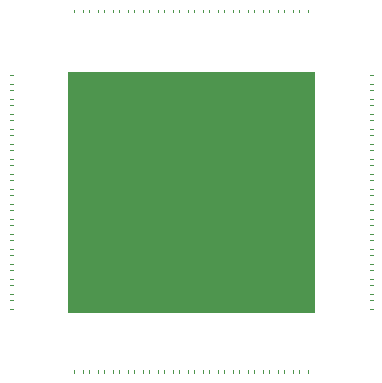
<source format=gbo>
%TF.GenerationSoftware,KiCad,Pcbnew,5.1.10*%
%TF.CreationDate,2021-10-22T01:17:49+03:00*%
%TF.ProjectId,breakouts_qfp,62726561-6b6f-4757-9473-5f7166702e6b,rev?*%
%TF.SameCoordinates,Original*%
%TF.FileFunction,Legend,Bot*%
%TF.FilePolarity,Positive*%
%FSLAX46Y46*%
G04 Gerber Fmt 4.6, Leading zero omitted, Abs format (unit mm)*
G04 Created by KiCad (PCBNEW 5.1.10) date 2021-10-22 01:17:49*
%MOMM*%
%LPD*%
G01*
G04 APERTURE LIST*
%ADD10C,0.100000*%
%ADD11C,0.120000*%
%ADD12O,1.000000X1.000000*%
%ADD13R,1.000000X1.000000*%
%ADD14C,2.200000*%
G04 APERTURE END LIST*
D10*
G36*
X141224000Y-81280000D02*
G01*
X120396000Y-81280000D01*
X120396000Y-60960000D01*
X141224000Y-60960000D01*
X141224000Y-81280000D01*
G37*
X141224000Y-81280000D02*
X120396000Y-81280000D01*
X120396000Y-60960000D01*
X141224000Y-60960000D01*
X141224000Y-81280000D01*
D11*
%TO.C,JP64*%
X140695000Y-86475835D02*
X140695000Y-86244165D01*
X139975000Y-86475835D02*
X139975000Y-86244165D01*
%TO.C,JP63*%
X139425000Y-86475835D02*
X139425000Y-86244165D01*
X138705000Y-86475835D02*
X138705000Y-86244165D01*
%TO.C,JP62*%
X138155000Y-86475835D02*
X138155000Y-86244165D01*
X137435000Y-86475835D02*
X137435000Y-86244165D01*
%TO.C,JP61*%
X136885000Y-86475835D02*
X136885000Y-86244165D01*
X136165000Y-86475835D02*
X136165000Y-86244165D01*
%TO.C,JP60*%
X135615000Y-86475835D02*
X135615000Y-86244165D01*
X134895000Y-86475835D02*
X134895000Y-86244165D01*
%TO.C,JP59*%
X134345000Y-86475835D02*
X134345000Y-86244165D01*
X133625000Y-86475835D02*
X133625000Y-86244165D01*
%TO.C,JP58*%
X133075000Y-86475835D02*
X133075000Y-86244165D01*
X132355000Y-86475835D02*
X132355000Y-86244165D01*
%TO.C,JP57*%
X131805000Y-86475835D02*
X131805000Y-86244165D01*
X131085000Y-86475835D02*
X131085000Y-86244165D01*
%TO.C,JP56*%
X130535000Y-86475835D02*
X130535000Y-86244165D01*
X129815000Y-86475835D02*
X129815000Y-86244165D01*
%TO.C,JP55*%
X129265000Y-86475835D02*
X129265000Y-86244165D01*
X128545000Y-86475835D02*
X128545000Y-86244165D01*
%TO.C,JP54*%
X127995000Y-86475835D02*
X127995000Y-86244165D01*
X127275000Y-86475835D02*
X127275000Y-86244165D01*
%TO.C,JP53*%
X126725000Y-86475835D02*
X126725000Y-86244165D01*
X126005000Y-86475835D02*
X126005000Y-86244165D01*
%TO.C,JP52*%
X125455000Y-86475835D02*
X125455000Y-86244165D01*
X124735000Y-86475835D02*
X124735000Y-86244165D01*
%TO.C,JP51*%
X124185000Y-86475835D02*
X124185000Y-86244165D01*
X123465000Y-86475835D02*
X123465000Y-86244165D01*
%TO.C,JP50*%
X122915000Y-86475835D02*
X122915000Y-86244165D01*
X122195000Y-86475835D02*
X122195000Y-86244165D01*
%TO.C,JP49*%
X121645000Y-86475835D02*
X121645000Y-86244165D01*
X120925000Y-86475835D02*
X120925000Y-86244165D01*
%TO.C,JP48*%
X146165835Y-80285000D02*
X145934165Y-80285000D01*
X146165835Y-81005000D02*
X145934165Y-81005000D01*
%TO.C,JP47*%
X115454165Y-81005000D02*
X115685835Y-81005000D01*
X115454165Y-80285000D02*
X115685835Y-80285000D01*
%TO.C,JP46*%
X146165835Y-79015000D02*
X145934165Y-79015000D01*
X146165835Y-79735000D02*
X145934165Y-79735000D01*
%TO.C,JP45*%
X115454165Y-79735000D02*
X115685835Y-79735000D01*
X115454165Y-79015000D02*
X115685835Y-79015000D01*
%TO.C,JP44*%
X146165835Y-77745000D02*
X145934165Y-77745000D01*
X146165835Y-78465000D02*
X145934165Y-78465000D01*
%TO.C,JP43*%
X115454165Y-78465000D02*
X115685835Y-78465000D01*
X115454165Y-77745000D02*
X115685835Y-77745000D01*
%TO.C,JP42*%
X146165835Y-76475000D02*
X145934165Y-76475000D01*
X146165835Y-77195000D02*
X145934165Y-77195000D01*
%TO.C,JP41*%
X115454165Y-77195000D02*
X115685835Y-77195000D01*
X115454165Y-76475000D02*
X115685835Y-76475000D01*
%TO.C,JP40*%
X146165835Y-75205000D02*
X145934165Y-75205000D01*
X146165835Y-75925000D02*
X145934165Y-75925000D01*
%TO.C,JP39*%
X115454165Y-75925000D02*
X115685835Y-75925000D01*
X115454165Y-75205000D02*
X115685835Y-75205000D01*
%TO.C,JP38*%
X146165835Y-73935000D02*
X145934165Y-73935000D01*
X146165835Y-74655000D02*
X145934165Y-74655000D01*
%TO.C,JP37*%
X115454165Y-74655000D02*
X115685835Y-74655000D01*
X115454165Y-73935000D02*
X115685835Y-73935000D01*
%TO.C,JP36*%
X146165835Y-72665000D02*
X145934165Y-72665000D01*
X146165835Y-73385000D02*
X145934165Y-73385000D01*
%TO.C,JP35*%
X115454165Y-73385000D02*
X115685835Y-73385000D01*
X115454165Y-72665000D02*
X115685835Y-72665000D01*
%TO.C,JP34*%
X146165835Y-71395000D02*
X145934165Y-71395000D01*
X146165835Y-72115000D02*
X145934165Y-72115000D01*
%TO.C,JP33*%
X115454165Y-72115000D02*
X115685835Y-72115000D01*
X115454165Y-71395000D02*
X115685835Y-71395000D01*
%TO.C,JP32*%
X146165835Y-70125000D02*
X145934165Y-70125000D01*
X146165835Y-70845000D02*
X145934165Y-70845000D01*
%TO.C,JP31*%
X115454165Y-70845000D02*
X115685835Y-70845000D01*
X115454165Y-70125000D02*
X115685835Y-70125000D01*
%TO.C,JP30*%
X146165835Y-68855000D02*
X145934165Y-68855000D01*
X146165835Y-69575000D02*
X145934165Y-69575000D01*
%TO.C,JP29*%
X115454165Y-69575000D02*
X115685835Y-69575000D01*
X115454165Y-68855000D02*
X115685835Y-68855000D01*
%TO.C,JP28*%
X146165835Y-67585000D02*
X145934165Y-67585000D01*
X146165835Y-68305000D02*
X145934165Y-68305000D01*
%TO.C,JP27*%
X115454165Y-68305000D02*
X115685835Y-68305000D01*
X115454165Y-67585000D02*
X115685835Y-67585000D01*
%TO.C,JP26*%
X146165835Y-66315000D02*
X145934165Y-66315000D01*
X146165835Y-67035000D02*
X145934165Y-67035000D01*
%TO.C,JP25*%
X115454165Y-67035000D02*
X115685835Y-67035000D01*
X115454165Y-66315000D02*
X115685835Y-66315000D01*
%TO.C,JP24*%
X146165835Y-65045000D02*
X145934165Y-65045000D01*
X146165835Y-65765000D02*
X145934165Y-65765000D01*
%TO.C,JP23*%
X115454165Y-65765000D02*
X115685835Y-65765000D01*
X115454165Y-65045000D02*
X115685835Y-65045000D01*
%TO.C,JP22*%
X146165835Y-63775000D02*
X145934165Y-63775000D01*
X146165835Y-64495000D02*
X145934165Y-64495000D01*
%TO.C,JP21*%
X115454165Y-64495000D02*
X115685835Y-64495000D01*
X115454165Y-63775000D02*
X115685835Y-63775000D01*
%TO.C,JP20*%
X146165835Y-62505000D02*
X145934165Y-62505000D01*
X146165835Y-63225000D02*
X145934165Y-63225000D01*
%TO.C,JP19*%
X115454165Y-63225000D02*
X115685835Y-63225000D01*
X115454165Y-62505000D02*
X115685835Y-62505000D01*
%TO.C,JP18*%
X146165835Y-61235000D02*
X145934165Y-61235000D01*
X146165835Y-61955000D02*
X145934165Y-61955000D01*
%TO.C,JP17*%
X115454165Y-61955000D02*
X115685835Y-61955000D01*
X115454165Y-61235000D02*
X115685835Y-61235000D01*
%TO.C,JP16*%
X139975000Y-55696665D02*
X139975000Y-55928335D01*
X140695000Y-55696665D02*
X140695000Y-55928335D01*
%TO.C,JP15*%
X138705000Y-55696665D02*
X138705000Y-55928335D01*
X139425000Y-55696665D02*
X139425000Y-55928335D01*
%TO.C,JP14*%
X137435000Y-55696665D02*
X137435000Y-55928335D01*
X138155000Y-55696665D02*
X138155000Y-55928335D01*
%TO.C,JP13*%
X136165000Y-55696665D02*
X136165000Y-55928335D01*
X136885000Y-55696665D02*
X136885000Y-55928335D01*
%TO.C,JP12*%
X134895000Y-55696665D02*
X134895000Y-55928335D01*
X135615000Y-55696665D02*
X135615000Y-55928335D01*
%TO.C,JP11*%
X133625000Y-55696665D02*
X133625000Y-55928335D01*
X134345000Y-55696665D02*
X134345000Y-55928335D01*
%TO.C,JP10*%
X132355000Y-55696665D02*
X132355000Y-55928335D01*
X133075000Y-55696665D02*
X133075000Y-55928335D01*
%TO.C,JP9*%
X131085000Y-55696665D02*
X131085000Y-55928335D01*
X131805000Y-55696665D02*
X131805000Y-55928335D01*
%TO.C,JP8*%
X129815000Y-55696665D02*
X129815000Y-55928335D01*
X130535000Y-55696665D02*
X130535000Y-55928335D01*
%TO.C,JP7*%
X128545000Y-55696665D02*
X128545000Y-55928335D01*
X129265000Y-55696665D02*
X129265000Y-55928335D01*
%TO.C,JP6*%
X127275000Y-55696665D02*
X127275000Y-55928335D01*
X127995000Y-55696665D02*
X127995000Y-55928335D01*
%TO.C,JP5*%
X126005000Y-55696665D02*
X126005000Y-55928335D01*
X126725000Y-55696665D02*
X126725000Y-55928335D01*
%TO.C,JP4*%
X124735000Y-55696665D02*
X124735000Y-55928335D01*
X125455000Y-55696665D02*
X125455000Y-55928335D01*
%TO.C,JP3*%
X123465000Y-55696665D02*
X123465000Y-55928335D01*
X124185000Y-55696665D02*
X124185000Y-55928335D01*
%TO.C,JP2*%
X122195000Y-55696665D02*
X122195000Y-55928335D01*
X122915000Y-55696665D02*
X122915000Y-55928335D01*
%TO.C,JP1*%
X120925000Y-55696665D02*
X120925000Y-55928335D01*
X121645000Y-55696665D02*
X121645000Y-55928335D01*
%TD*%
%LPC*%
D12*
%TO.C,J8*%
X151130000Y-73025000D03*
X151130000Y-71755000D03*
X151130000Y-70485000D03*
D13*
X151130000Y-69215000D03*
%TD*%
D12*
%TO.C,J7*%
X128905000Y-91440000D03*
X130175000Y-91440000D03*
X131445000Y-91440000D03*
D13*
X132715000Y-91440000D03*
%TD*%
D12*
%TO.C,J6*%
X132715000Y-50800000D03*
X131445000Y-50800000D03*
X130175000Y-50800000D03*
D13*
X128905000Y-50800000D03*
%TD*%
D12*
%TO.C,J5*%
X111125000Y-69215000D03*
X111125000Y-70485000D03*
X111125000Y-71755000D03*
D13*
X111125000Y-73025000D03*
%TD*%
%TO.C,JP64*%
G36*
G01*
X140490000Y-86160000D02*
X140180000Y-86160000D01*
G75*
G02*
X140025000Y-86005000I0J155000D01*
G01*
X140025000Y-85580000D01*
G75*
G02*
X140180000Y-85425000I155000J0D01*
G01*
X140490000Y-85425000D01*
G75*
G02*
X140645000Y-85580000I0J-155000D01*
G01*
X140645000Y-86005000D01*
G75*
G02*
X140490000Y-86160000I-155000J0D01*
G01*
G37*
G36*
G01*
X140490000Y-87295000D02*
X140180000Y-87295000D01*
G75*
G02*
X140025000Y-87140000I0J155000D01*
G01*
X140025000Y-86715000D01*
G75*
G02*
X140180000Y-86560000I155000J0D01*
G01*
X140490000Y-86560000D01*
G75*
G02*
X140645000Y-86715000I0J-155000D01*
G01*
X140645000Y-87140000D01*
G75*
G02*
X140490000Y-87295000I-155000J0D01*
G01*
G37*
%TD*%
%TO.C,JP63*%
G36*
G01*
X139220000Y-86160000D02*
X138910000Y-86160000D01*
G75*
G02*
X138755000Y-86005000I0J155000D01*
G01*
X138755000Y-85580000D01*
G75*
G02*
X138910000Y-85425000I155000J0D01*
G01*
X139220000Y-85425000D01*
G75*
G02*
X139375000Y-85580000I0J-155000D01*
G01*
X139375000Y-86005000D01*
G75*
G02*
X139220000Y-86160000I-155000J0D01*
G01*
G37*
G36*
G01*
X139220000Y-87295000D02*
X138910000Y-87295000D01*
G75*
G02*
X138755000Y-87140000I0J155000D01*
G01*
X138755000Y-86715000D01*
G75*
G02*
X138910000Y-86560000I155000J0D01*
G01*
X139220000Y-86560000D01*
G75*
G02*
X139375000Y-86715000I0J-155000D01*
G01*
X139375000Y-87140000D01*
G75*
G02*
X139220000Y-87295000I-155000J0D01*
G01*
G37*
%TD*%
%TO.C,JP62*%
G36*
G01*
X137950000Y-86160000D02*
X137640000Y-86160000D01*
G75*
G02*
X137485000Y-86005000I0J155000D01*
G01*
X137485000Y-85580000D01*
G75*
G02*
X137640000Y-85425000I155000J0D01*
G01*
X137950000Y-85425000D01*
G75*
G02*
X138105000Y-85580000I0J-155000D01*
G01*
X138105000Y-86005000D01*
G75*
G02*
X137950000Y-86160000I-155000J0D01*
G01*
G37*
G36*
G01*
X137950000Y-87295000D02*
X137640000Y-87295000D01*
G75*
G02*
X137485000Y-87140000I0J155000D01*
G01*
X137485000Y-86715000D01*
G75*
G02*
X137640000Y-86560000I155000J0D01*
G01*
X137950000Y-86560000D01*
G75*
G02*
X138105000Y-86715000I0J-155000D01*
G01*
X138105000Y-87140000D01*
G75*
G02*
X137950000Y-87295000I-155000J0D01*
G01*
G37*
%TD*%
%TO.C,JP61*%
G36*
G01*
X136680000Y-86160000D02*
X136370000Y-86160000D01*
G75*
G02*
X136215000Y-86005000I0J155000D01*
G01*
X136215000Y-85580000D01*
G75*
G02*
X136370000Y-85425000I155000J0D01*
G01*
X136680000Y-85425000D01*
G75*
G02*
X136835000Y-85580000I0J-155000D01*
G01*
X136835000Y-86005000D01*
G75*
G02*
X136680000Y-86160000I-155000J0D01*
G01*
G37*
G36*
G01*
X136680000Y-87295000D02*
X136370000Y-87295000D01*
G75*
G02*
X136215000Y-87140000I0J155000D01*
G01*
X136215000Y-86715000D01*
G75*
G02*
X136370000Y-86560000I155000J0D01*
G01*
X136680000Y-86560000D01*
G75*
G02*
X136835000Y-86715000I0J-155000D01*
G01*
X136835000Y-87140000D01*
G75*
G02*
X136680000Y-87295000I-155000J0D01*
G01*
G37*
%TD*%
%TO.C,JP60*%
G36*
G01*
X135410000Y-86160000D02*
X135100000Y-86160000D01*
G75*
G02*
X134945000Y-86005000I0J155000D01*
G01*
X134945000Y-85580000D01*
G75*
G02*
X135100000Y-85425000I155000J0D01*
G01*
X135410000Y-85425000D01*
G75*
G02*
X135565000Y-85580000I0J-155000D01*
G01*
X135565000Y-86005000D01*
G75*
G02*
X135410000Y-86160000I-155000J0D01*
G01*
G37*
G36*
G01*
X135410000Y-87295000D02*
X135100000Y-87295000D01*
G75*
G02*
X134945000Y-87140000I0J155000D01*
G01*
X134945000Y-86715000D01*
G75*
G02*
X135100000Y-86560000I155000J0D01*
G01*
X135410000Y-86560000D01*
G75*
G02*
X135565000Y-86715000I0J-155000D01*
G01*
X135565000Y-87140000D01*
G75*
G02*
X135410000Y-87295000I-155000J0D01*
G01*
G37*
%TD*%
%TO.C,JP59*%
G36*
G01*
X134140000Y-86160000D02*
X133830000Y-86160000D01*
G75*
G02*
X133675000Y-86005000I0J155000D01*
G01*
X133675000Y-85580000D01*
G75*
G02*
X133830000Y-85425000I155000J0D01*
G01*
X134140000Y-85425000D01*
G75*
G02*
X134295000Y-85580000I0J-155000D01*
G01*
X134295000Y-86005000D01*
G75*
G02*
X134140000Y-86160000I-155000J0D01*
G01*
G37*
G36*
G01*
X134140000Y-87295000D02*
X133830000Y-87295000D01*
G75*
G02*
X133675000Y-87140000I0J155000D01*
G01*
X133675000Y-86715000D01*
G75*
G02*
X133830000Y-86560000I155000J0D01*
G01*
X134140000Y-86560000D01*
G75*
G02*
X134295000Y-86715000I0J-155000D01*
G01*
X134295000Y-87140000D01*
G75*
G02*
X134140000Y-87295000I-155000J0D01*
G01*
G37*
%TD*%
%TO.C,JP58*%
G36*
G01*
X132870000Y-86160000D02*
X132560000Y-86160000D01*
G75*
G02*
X132405000Y-86005000I0J155000D01*
G01*
X132405000Y-85580000D01*
G75*
G02*
X132560000Y-85425000I155000J0D01*
G01*
X132870000Y-85425000D01*
G75*
G02*
X133025000Y-85580000I0J-155000D01*
G01*
X133025000Y-86005000D01*
G75*
G02*
X132870000Y-86160000I-155000J0D01*
G01*
G37*
G36*
G01*
X132870000Y-87295000D02*
X132560000Y-87295000D01*
G75*
G02*
X132405000Y-87140000I0J155000D01*
G01*
X132405000Y-86715000D01*
G75*
G02*
X132560000Y-86560000I155000J0D01*
G01*
X132870000Y-86560000D01*
G75*
G02*
X133025000Y-86715000I0J-155000D01*
G01*
X133025000Y-87140000D01*
G75*
G02*
X132870000Y-87295000I-155000J0D01*
G01*
G37*
%TD*%
%TO.C,JP57*%
G36*
G01*
X131600000Y-86160000D02*
X131290000Y-86160000D01*
G75*
G02*
X131135000Y-86005000I0J155000D01*
G01*
X131135000Y-85580000D01*
G75*
G02*
X131290000Y-85425000I155000J0D01*
G01*
X131600000Y-85425000D01*
G75*
G02*
X131755000Y-85580000I0J-155000D01*
G01*
X131755000Y-86005000D01*
G75*
G02*
X131600000Y-86160000I-155000J0D01*
G01*
G37*
G36*
G01*
X131600000Y-87295000D02*
X131290000Y-87295000D01*
G75*
G02*
X131135000Y-87140000I0J155000D01*
G01*
X131135000Y-86715000D01*
G75*
G02*
X131290000Y-86560000I155000J0D01*
G01*
X131600000Y-86560000D01*
G75*
G02*
X131755000Y-86715000I0J-155000D01*
G01*
X131755000Y-87140000D01*
G75*
G02*
X131600000Y-87295000I-155000J0D01*
G01*
G37*
%TD*%
%TO.C,JP56*%
G36*
G01*
X130330000Y-86160000D02*
X130020000Y-86160000D01*
G75*
G02*
X129865000Y-86005000I0J155000D01*
G01*
X129865000Y-85580000D01*
G75*
G02*
X130020000Y-85425000I155000J0D01*
G01*
X130330000Y-85425000D01*
G75*
G02*
X130485000Y-85580000I0J-155000D01*
G01*
X130485000Y-86005000D01*
G75*
G02*
X130330000Y-86160000I-155000J0D01*
G01*
G37*
G36*
G01*
X130330000Y-87295000D02*
X130020000Y-87295000D01*
G75*
G02*
X129865000Y-87140000I0J155000D01*
G01*
X129865000Y-86715000D01*
G75*
G02*
X130020000Y-86560000I155000J0D01*
G01*
X130330000Y-86560000D01*
G75*
G02*
X130485000Y-86715000I0J-155000D01*
G01*
X130485000Y-87140000D01*
G75*
G02*
X130330000Y-87295000I-155000J0D01*
G01*
G37*
%TD*%
%TO.C,JP55*%
G36*
G01*
X129060000Y-86160000D02*
X128750000Y-86160000D01*
G75*
G02*
X128595000Y-86005000I0J155000D01*
G01*
X128595000Y-85580000D01*
G75*
G02*
X128750000Y-85425000I155000J0D01*
G01*
X129060000Y-85425000D01*
G75*
G02*
X129215000Y-85580000I0J-155000D01*
G01*
X129215000Y-86005000D01*
G75*
G02*
X129060000Y-86160000I-155000J0D01*
G01*
G37*
G36*
G01*
X129060000Y-87295000D02*
X128750000Y-87295000D01*
G75*
G02*
X128595000Y-87140000I0J155000D01*
G01*
X128595000Y-86715000D01*
G75*
G02*
X128750000Y-86560000I155000J0D01*
G01*
X129060000Y-86560000D01*
G75*
G02*
X129215000Y-86715000I0J-155000D01*
G01*
X129215000Y-87140000D01*
G75*
G02*
X129060000Y-87295000I-155000J0D01*
G01*
G37*
%TD*%
%TO.C,JP54*%
G36*
G01*
X127790000Y-86160000D02*
X127480000Y-86160000D01*
G75*
G02*
X127325000Y-86005000I0J155000D01*
G01*
X127325000Y-85580000D01*
G75*
G02*
X127480000Y-85425000I155000J0D01*
G01*
X127790000Y-85425000D01*
G75*
G02*
X127945000Y-85580000I0J-155000D01*
G01*
X127945000Y-86005000D01*
G75*
G02*
X127790000Y-86160000I-155000J0D01*
G01*
G37*
G36*
G01*
X127790000Y-87295000D02*
X127480000Y-87295000D01*
G75*
G02*
X127325000Y-87140000I0J155000D01*
G01*
X127325000Y-86715000D01*
G75*
G02*
X127480000Y-86560000I155000J0D01*
G01*
X127790000Y-86560000D01*
G75*
G02*
X127945000Y-86715000I0J-155000D01*
G01*
X127945000Y-87140000D01*
G75*
G02*
X127790000Y-87295000I-155000J0D01*
G01*
G37*
%TD*%
%TO.C,JP53*%
G36*
G01*
X126520000Y-86160000D02*
X126210000Y-86160000D01*
G75*
G02*
X126055000Y-86005000I0J155000D01*
G01*
X126055000Y-85580000D01*
G75*
G02*
X126210000Y-85425000I155000J0D01*
G01*
X126520000Y-85425000D01*
G75*
G02*
X126675000Y-85580000I0J-155000D01*
G01*
X126675000Y-86005000D01*
G75*
G02*
X126520000Y-86160000I-155000J0D01*
G01*
G37*
G36*
G01*
X126520000Y-87295000D02*
X126210000Y-87295000D01*
G75*
G02*
X126055000Y-87140000I0J155000D01*
G01*
X126055000Y-86715000D01*
G75*
G02*
X126210000Y-86560000I155000J0D01*
G01*
X126520000Y-86560000D01*
G75*
G02*
X126675000Y-86715000I0J-155000D01*
G01*
X126675000Y-87140000D01*
G75*
G02*
X126520000Y-87295000I-155000J0D01*
G01*
G37*
%TD*%
%TO.C,JP52*%
G36*
G01*
X125250000Y-86160000D02*
X124940000Y-86160000D01*
G75*
G02*
X124785000Y-86005000I0J155000D01*
G01*
X124785000Y-85580000D01*
G75*
G02*
X124940000Y-85425000I155000J0D01*
G01*
X125250000Y-85425000D01*
G75*
G02*
X125405000Y-85580000I0J-155000D01*
G01*
X125405000Y-86005000D01*
G75*
G02*
X125250000Y-86160000I-155000J0D01*
G01*
G37*
G36*
G01*
X125250000Y-87295000D02*
X124940000Y-87295000D01*
G75*
G02*
X124785000Y-87140000I0J155000D01*
G01*
X124785000Y-86715000D01*
G75*
G02*
X124940000Y-86560000I155000J0D01*
G01*
X125250000Y-86560000D01*
G75*
G02*
X125405000Y-86715000I0J-155000D01*
G01*
X125405000Y-87140000D01*
G75*
G02*
X125250000Y-87295000I-155000J0D01*
G01*
G37*
%TD*%
%TO.C,JP51*%
G36*
G01*
X123980000Y-86160000D02*
X123670000Y-86160000D01*
G75*
G02*
X123515000Y-86005000I0J155000D01*
G01*
X123515000Y-85580000D01*
G75*
G02*
X123670000Y-85425000I155000J0D01*
G01*
X123980000Y-85425000D01*
G75*
G02*
X124135000Y-85580000I0J-155000D01*
G01*
X124135000Y-86005000D01*
G75*
G02*
X123980000Y-86160000I-155000J0D01*
G01*
G37*
G36*
G01*
X123980000Y-87295000D02*
X123670000Y-87295000D01*
G75*
G02*
X123515000Y-87140000I0J155000D01*
G01*
X123515000Y-86715000D01*
G75*
G02*
X123670000Y-86560000I155000J0D01*
G01*
X123980000Y-86560000D01*
G75*
G02*
X124135000Y-86715000I0J-155000D01*
G01*
X124135000Y-87140000D01*
G75*
G02*
X123980000Y-87295000I-155000J0D01*
G01*
G37*
%TD*%
%TO.C,JP50*%
G36*
G01*
X122710000Y-86160000D02*
X122400000Y-86160000D01*
G75*
G02*
X122245000Y-86005000I0J155000D01*
G01*
X122245000Y-85580000D01*
G75*
G02*
X122400000Y-85425000I155000J0D01*
G01*
X122710000Y-85425000D01*
G75*
G02*
X122865000Y-85580000I0J-155000D01*
G01*
X122865000Y-86005000D01*
G75*
G02*
X122710000Y-86160000I-155000J0D01*
G01*
G37*
G36*
G01*
X122710000Y-87295000D02*
X122400000Y-87295000D01*
G75*
G02*
X122245000Y-87140000I0J155000D01*
G01*
X122245000Y-86715000D01*
G75*
G02*
X122400000Y-86560000I155000J0D01*
G01*
X122710000Y-86560000D01*
G75*
G02*
X122865000Y-86715000I0J-155000D01*
G01*
X122865000Y-87140000D01*
G75*
G02*
X122710000Y-87295000I-155000J0D01*
G01*
G37*
%TD*%
%TO.C,JP49*%
G36*
G01*
X121440000Y-86160000D02*
X121130000Y-86160000D01*
G75*
G02*
X120975000Y-86005000I0J155000D01*
G01*
X120975000Y-85580000D01*
G75*
G02*
X121130000Y-85425000I155000J0D01*
G01*
X121440000Y-85425000D01*
G75*
G02*
X121595000Y-85580000I0J-155000D01*
G01*
X121595000Y-86005000D01*
G75*
G02*
X121440000Y-86160000I-155000J0D01*
G01*
G37*
G36*
G01*
X121440000Y-87295000D02*
X121130000Y-87295000D01*
G75*
G02*
X120975000Y-87140000I0J155000D01*
G01*
X120975000Y-86715000D01*
G75*
G02*
X121130000Y-86560000I155000J0D01*
G01*
X121440000Y-86560000D01*
G75*
G02*
X121595000Y-86715000I0J-155000D01*
G01*
X121595000Y-87140000D01*
G75*
G02*
X121440000Y-87295000I-155000J0D01*
G01*
G37*
%TD*%
%TO.C,JP48*%
G36*
G01*
X145850000Y-80490000D02*
X145850000Y-80800000D01*
G75*
G02*
X145695000Y-80955000I-155000J0D01*
G01*
X145270000Y-80955000D01*
G75*
G02*
X145115000Y-80800000I0J155000D01*
G01*
X145115000Y-80490000D01*
G75*
G02*
X145270000Y-80335000I155000J0D01*
G01*
X145695000Y-80335000D01*
G75*
G02*
X145850000Y-80490000I0J-155000D01*
G01*
G37*
G36*
G01*
X146985000Y-80490000D02*
X146985000Y-80800000D01*
G75*
G02*
X146830000Y-80955000I-155000J0D01*
G01*
X146405000Y-80955000D01*
G75*
G02*
X146250000Y-80800000I0J155000D01*
G01*
X146250000Y-80490000D01*
G75*
G02*
X146405000Y-80335000I155000J0D01*
G01*
X146830000Y-80335000D01*
G75*
G02*
X146985000Y-80490000I0J-155000D01*
G01*
G37*
%TD*%
%TO.C,JP47*%
G36*
G01*
X115770000Y-80800000D02*
X115770000Y-80490000D01*
G75*
G02*
X115925000Y-80335000I155000J0D01*
G01*
X116350000Y-80335000D01*
G75*
G02*
X116505000Y-80490000I0J-155000D01*
G01*
X116505000Y-80800000D01*
G75*
G02*
X116350000Y-80955000I-155000J0D01*
G01*
X115925000Y-80955000D01*
G75*
G02*
X115770000Y-80800000I0J155000D01*
G01*
G37*
G36*
G01*
X114635000Y-80800000D02*
X114635000Y-80490000D01*
G75*
G02*
X114790000Y-80335000I155000J0D01*
G01*
X115215000Y-80335000D01*
G75*
G02*
X115370000Y-80490000I0J-155000D01*
G01*
X115370000Y-80800000D01*
G75*
G02*
X115215000Y-80955000I-155000J0D01*
G01*
X114790000Y-80955000D01*
G75*
G02*
X114635000Y-80800000I0J155000D01*
G01*
G37*
%TD*%
%TO.C,JP46*%
G36*
G01*
X145850000Y-79220000D02*
X145850000Y-79530000D01*
G75*
G02*
X145695000Y-79685000I-155000J0D01*
G01*
X145270000Y-79685000D01*
G75*
G02*
X145115000Y-79530000I0J155000D01*
G01*
X145115000Y-79220000D01*
G75*
G02*
X145270000Y-79065000I155000J0D01*
G01*
X145695000Y-79065000D01*
G75*
G02*
X145850000Y-79220000I0J-155000D01*
G01*
G37*
G36*
G01*
X146985000Y-79220000D02*
X146985000Y-79530000D01*
G75*
G02*
X146830000Y-79685000I-155000J0D01*
G01*
X146405000Y-79685000D01*
G75*
G02*
X146250000Y-79530000I0J155000D01*
G01*
X146250000Y-79220000D01*
G75*
G02*
X146405000Y-79065000I155000J0D01*
G01*
X146830000Y-79065000D01*
G75*
G02*
X146985000Y-79220000I0J-155000D01*
G01*
G37*
%TD*%
%TO.C,JP45*%
G36*
G01*
X115770000Y-79530000D02*
X115770000Y-79220000D01*
G75*
G02*
X115925000Y-79065000I155000J0D01*
G01*
X116350000Y-79065000D01*
G75*
G02*
X116505000Y-79220000I0J-155000D01*
G01*
X116505000Y-79530000D01*
G75*
G02*
X116350000Y-79685000I-155000J0D01*
G01*
X115925000Y-79685000D01*
G75*
G02*
X115770000Y-79530000I0J155000D01*
G01*
G37*
G36*
G01*
X114635000Y-79530000D02*
X114635000Y-79220000D01*
G75*
G02*
X114790000Y-79065000I155000J0D01*
G01*
X115215000Y-79065000D01*
G75*
G02*
X115370000Y-79220000I0J-155000D01*
G01*
X115370000Y-79530000D01*
G75*
G02*
X115215000Y-79685000I-155000J0D01*
G01*
X114790000Y-79685000D01*
G75*
G02*
X114635000Y-79530000I0J155000D01*
G01*
G37*
%TD*%
%TO.C,JP44*%
G36*
G01*
X145850000Y-77950000D02*
X145850000Y-78260000D01*
G75*
G02*
X145695000Y-78415000I-155000J0D01*
G01*
X145270000Y-78415000D01*
G75*
G02*
X145115000Y-78260000I0J155000D01*
G01*
X145115000Y-77950000D01*
G75*
G02*
X145270000Y-77795000I155000J0D01*
G01*
X145695000Y-77795000D01*
G75*
G02*
X145850000Y-77950000I0J-155000D01*
G01*
G37*
G36*
G01*
X146985000Y-77950000D02*
X146985000Y-78260000D01*
G75*
G02*
X146830000Y-78415000I-155000J0D01*
G01*
X146405000Y-78415000D01*
G75*
G02*
X146250000Y-78260000I0J155000D01*
G01*
X146250000Y-77950000D01*
G75*
G02*
X146405000Y-77795000I155000J0D01*
G01*
X146830000Y-77795000D01*
G75*
G02*
X146985000Y-77950000I0J-155000D01*
G01*
G37*
%TD*%
%TO.C,JP43*%
G36*
G01*
X115770000Y-78260000D02*
X115770000Y-77950000D01*
G75*
G02*
X115925000Y-77795000I155000J0D01*
G01*
X116350000Y-77795000D01*
G75*
G02*
X116505000Y-77950000I0J-155000D01*
G01*
X116505000Y-78260000D01*
G75*
G02*
X116350000Y-78415000I-155000J0D01*
G01*
X115925000Y-78415000D01*
G75*
G02*
X115770000Y-78260000I0J155000D01*
G01*
G37*
G36*
G01*
X114635000Y-78260000D02*
X114635000Y-77950000D01*
G75*
G02*
X114790000Y-77795000I155000J0D01*
G01*
X115215000Y-77795000D01*
G75*
G02*
X115370000Y-77950000I0J-155000D01*
G01*
X115370000Y-78260000D01*
G75*
G02*
X115215000Y-78415000I-155000J0D01*
G01*
X114790000Y-78415000D01*
G75*
G02*
X114635000Y-78260000I0J155000D01*
G01*
G37*
%TD*%
%TO.C,JP42*%
G36*
G01*
X145850000Y-76680000D02*
X145850000Y-76990000D01*
G75*
G02*
X145695000Y-77145000I-155000J0D01*
G01*
X145270000Y-77145000D01*
G75*
G02*
X145115000Y-76990000I0J155000D01*
G01*
X145115000Y-76680000D01*
G75*
G02*
X145270000Y-76525000I155000J0D01*
G01*
X145695000Y-76525000D01*
G75*
G02*
X145850000Y-76680000I0J-155000D01*
G01*
G37*
G36*
G01*
X146985000Y-76680000D02*
X146985000Y-76990000D01*
G75*
G02*
X146830000Y-77145000I-155000J0D01*
G01*
X146405000Y-77145000D01*
G75*
G02*
X146250000Y-76990000I0J155000D01*
G01*
X146250000Y-76680000D01*
G75*
G02*
X146405000Y-76525000I155000J0D01*
G01*
X146830000Y-76525000D01*
G75*
G02*
X146985000Y-76680000I0J-155000D01*
G01*
G37*
%TD*%
%TO.C,JP41*%
G36*
G01*
X115770000Y-76990000D02*
X115770000Y-76680000D01*
G75*
G02*
X115925000Y-76525000I155000J0D01*
G01*
X116350000Y-76525000D01*
G75*
G02*
X116505000Y-76680000I0J-155000D01*
G01*
X116505000Y-76990000D01*
G75*
G02*
X116350000Y-77145000I-155000J0D01*
G01*
X115925000Y-77145000D01*
G75*
G02*
X115770000Y-76990000I0J155000D01*
G01*
G37*
G36*
G01*
X114635000Y-76990000D02*
X114635000Y-76680000D01*
G75*
G02*
X114790000Y-76525000I155000J0D01*
G01*
X115215000Y-76525000D01*
G75*
G02*
X115370000Y-76680000I0J-155000D01*
G01*
X115370000Y-76990000D01*
G75*
G02*
X115215000Y-77145000I-155000J0D01*
G01*
X114790000Y-77145000D01*
G75*
G02*
X114635000Y-76990000I0J155000D01*
G01*
G37*
%TD*%
%TO.C,JP40*%
G36*
G01*
X145850000Y-75410000D02*
X145850000Y-75720000D01*
G75*
G02*
X145695000Y-75875000I-155000J0D01*
G01*
X145270000Y-75875000D01*
G75*
G02*
X145115000Y-75720000I0J155000D01*
G01*
X145115000Y-75410000D01*
G75*
G02*
X145270000Y-75255000I155000J0D01*
G01*
X145695000Y-75255000D01*
G75*
G02*
X145850000Y-75410000I0J-155000D01*
G01*
G37*
G36*
G01*
X146985000Y-75410000D02*
X146985000Y-75720000D01*
G75*
G02*
X146830000Y-75875000I-155000J0D01*
G01*
X146405000Y-75875000D01*
G75*
G02*
X146250000Y-75720000I0J155000D01*
G01*
X146250000Y-75410000D01*
G75*
G02*
X146405000Y-75255000I155000J0D01*
G01*
X146830000Y-75255000D01*
G75*
G02*
X146985000Y-75410000I0J-155000D01*
G01*
G37*
%TD*%
%TO.C,JP39*%
G36*
G01*
X115770000Y-75720000D02*
X115770000Y-75410000D01*
G75*
G02*
X115925000Y-75255000I155000J0D01*
G01*
X116350000Y-75255000D01*
G75*
G02*
X116505000Y-75410000I0J-155000D01*
G01*
X116505000Y-75720000D01*
G75*
G02*
X116350000Y-75875000I-155000J0D01*
G01*
X115925000Y-75875000D01*
G75*
G02*
X115770000Y-75720000I0J155000D01*
G01*
G37*
G36*
G01*
X114635000Y-75720000D02*
X114635000Y-75410000D01*
G75*
G02*
X114790000Y-75255000I155000J0D01*
G01*
X115215000Y-75255000D01*
G75*
G02*
X115370000Y-75410000I0J-155000D01*
G01*
X115370000Y-75720000D01*
G75*
G02*
X115215000Y-75875000I-155000J0D01*
G01*
X114790000Y-75875000D01*
G75*
G02*
X114635000Y-75720000I0J155000D01*
G01*
G37*
%TD*%
%TO.C,JP38*%
G36*
G01*
X145850000Y-74140000D02*
X145850000Y-74450000D01*
G75*
G02*
X145695000Y-74605000I-155000J0D01*
G01*
X145270000Y-74605000D01*
G75*
G02*
X145115000Y-74450000I0J155000D01*
G01*
X145115000Y-74140000D01*
G75*
G02*
X145270000Y-73985000I155000J0D01*
G01*
X145695000Y-73985000D01*
G75*
G02*
X145850000Y-74140000I0J-155000D01*
G01*
G37*
G36*
G01*
X146985000Y-74140000D02*
X146985000Y-74450000D01*
G75*
G02*
X146830000Y-74605000I-155000J0D01*
G01*
X146405000Y-74605000D01*
G75*
G02*
X146250000Y-74450000I0J155000D01*
G01*
X146250000Y-74140000D01*
G75*
G02*
X146405000Y-73985000I155000J0D01*
G01*
X146830000Y-73985000D01*
G75*
G02*
X146985000Y-74140000I0J-155000D01*
G01*
G37*
%TD*%
%TO.C,JP37*%
G36*
G01*
X115770000Y-74450000D02*
X115770000Y-74140000D01*
G75*
G02*
X115925000Y-73985000I155000J0D01*
G01*
X116350000Y-73985000D01*
G75*
G02*
X116505000Y-74140000I0J-155000D01*
G01*
X116505000Y-74450000D01*
G75*
G02*
X116350000Y-74605000I-155000J0D01*
G01*
X115925000Y-74605000D01*
G75*
G02*
X115770000Y-74450000I0J155000D01*
G01*
G37*
G36*
G01*
X114635000Y-74450000D02*
X114635000Y-74140000D01*
G75*
G02*
X114790000Y-73985000I155000J0D01*
G01*
X115215000Y-73985000D01*
G75*
G02*
X115370000Y-74140000I0J-155000D01*
G01*
X115370000Y-74450000D01*
G75*
G02*
X115215000Y-74605000I-155000J0D01*
G01*
X114790000Y-74605000D01*
G75*
G02*
X114635000Y-74450000I0J155000D01*
G01*
G37*
%TD*%
%TO.C,JP36*%
G36*
G01*
X145850000Y-72870000D02*
X145850000Y-73180000D01*
G75*
G02*
X145695000Y-73335000I-155000J0D01*
G01*
X145270000Y-73335000D01*
G75*
G02*
X145115000Y-73180000I0J155000D01*
G01*
X145115000Y-72870000D01*
G75*
G02*
X145270000Y-72715000I155000J0D01*
G01*
X145695000Y-72715000D01*
G75*
G02*
X145850000Y-72870000I0J-155000D01*
G01*
G37*
G36*
G01*
X146985000Y-72870000D02*
X146985000Y-73180000D01*
G75*
G02*
X146830000Y-73335000I-155000J0D01*
G01*
X146405000Y-73335000D01*
G75*
G02*
X146250000Y-73180000I0J155000D01*
G01*
X146250000Y-72870000D01*
G75*
G02*
X146405000Y-72715000I155000J0D01*
G01*
X146830000Y-72715000D01*
G75*
G02*
X146985000Y-72870000I0J-155000D01*
G01*
G37*
%TD*%
%TO.C,JP35*%
G36*
G01*
X115770000Y-73180000D02*
X115770000Y-72870000D01*
G75*
G02*
X115925000Y-72715000I155000J0D01*
G01*
X116350000Y-72715000D01*
G75*
G02*
X116505000Y-72870000I0J-155000D01*
G01*
X116505000Y-73180000D01*
G75*
G02*
X116350000Y-73335000I-155000J0D01*
G01*
X115925000Y-73335000D01*
G75*
G02*
X115770000Y-73180000I0J155000D01*
G01*
G37*
G36*
G01*
X114635000Y-73180000D02*
X114635000Y-72870000D01*
G75*
G02*
X114790000Y-72715000I155000J0D01*
G01*
X115215000Y-72715000D01*
G75*
G02*
X115370000Y-72870000I0J-155000D01*
G01*
X115370000Y-73180000D01*
G75*
G02*
X115215000Y-73335000I-155000J0D01*
G01*
X114790000Y-73335000D01*
G75*
G02*
X114635000Y-73180000I0J155000D01*
G01*
G37*
%TD*%
%TO.C,JP34*%
G36*
G01*
X145850000Y-71600000D02*
X145850000Y-71910000D01*
G75*
G02*
X145695000Y-72065000I-155000J0D01*
G01*
X145270000Y-72065000D01*
G75*
G02*
X145115000Y-71910000I0J155000D01*
G01*
X145115000Y-71600000D01*
G75*
G02*
X145270000Y-71445000I155000J0D01*
G01*
X145695000Y-71445000D01*
G75*
G02*
X145850000Y-71600000I0J-155000D01*
G01*
G37*
G36*
G01*
X146985000Y-71600000D02*
X146985000Y-71910000D01*
G75*
G02*
X146830000Y-72065000I-155000J0D01*
G01*
X146405000Y-72065000D01*
G75*
G02*
X146250000Y-71910000I0J155000D01*
G01*
X146250000Y-71600000D01*
G75*
G02*
X146405000Y-71445000I155000J0D01*
G01*
X146830000Y-71445000D01*
G75*
G02*
X146985000Y-71600000I0J-155000D01*
G01*
G37*
%TD*%
%TO.C,JP33*%
G36*
G01*
X115770000Y-71910000D02*
X115770000Y-71600000D01*
G75*
G02*
X115925000Y-71445000I155000J0D01*
G01*
X116350000Y-71445000D01*
G75*
G02*
X116505000Y-71600000I0J-155000D01*
G01*
X116505000Y-71910000D01*
G75*
G02*
X116350000Y-72065000I-155000J0D01*
G01*
X115925000Y-72065000D01*
G75*
G02*
X115770000Y-71910000I0J155000D01*
G01*
G37*
G36*
G01*
X114635000Y-71910000D02*
X114635000Y-71600000D01*
G75*
G02*
X114790000Y-71445000I155000J0D01*
G01*
X115215000Y-71445000D01*
G75*
G02*
X115370000Y-71600000I0J-155000D01*
G01*
X115370000Y-71910000D01*
G75*
G02*
X115215000Y-72065000I-155000J0D01*
G01*
X114790000Y-72065000D01*
G75*
G02*
X114635000Y-71910000I0J155000D01*
G01*
G37*
%TD*%
%TO.C,JP32*%
G36*
G01*
X145850000Y-70330000D02*
X145850000Y-70640000D01*
G75*
G02*
X145695000Y-70795000I-155000J0D01*
G01*
X145270000Y-70795000D01*
G75*
G02*
X145115000Y-70640000I0J155000D01*
G01*
X145115000Y-70330000D01*
G75*
G02*
X145270000Y-70175000I155000J0D01*
G01*
X145695000Y-70175000D01*
G75*
G02*
X145850000Y-70330000I0J-155000D01*
G01*
G37*
G36*
G01*
X146985000Y-70330000D02*
X146985000Y-70640000D01*
G75*
G02*
X146830000Y-70795000I-155000J0D01*
G01*
X146405000Y-70795000D01*
G75*
G02*
X146250000Y-70640000I0J155000D01*
G01*
X146250000Y-70330000D01*
G75*
G02*
X146405000Y-70175000I155000J0D01*
G01*
X146830000Y-70175000D01*
G75*
G02*
X146985000Y-70330000I0J-155000D01*
G01*
G37*
%TD*%
%TO.C,JP31*%
G36*
G01*
X115770000Y-70640000D02*
X115770000Y-70330000D01*
G75*
G02*
X115925000Y-70175000I155000J0D01*
G01*
X116350000Y-70175000D01*
G75*
G02*
X116505000Y-70330000I0J-155000D01*
G01*
X116505000Y-70640000D01*
G75*
G02*
X116350000Y-70795000I-155000J0D01*
G01*
X115925000Y-70795000D01*
G75*
G02*
X115770000Y-70640000I0J155000D01*
G01*
G37*
G36*
G01*
X114635000Y-70640000D02*
X114635000Y-70330000D01*
G75*
G02*
X114790000Y-70175000I155000J0D01*
G01*
X115215000Y-70175000D01*
G75*
G02*
X115370000Y-70330000I0J-155000D01*
G01*
X115370000Y-70640000D01*
G75*
G02*
X115215000Y-70795000I-155000J0D01*
G01*
X114790000Y-70795000D01*
G75*
G02*
X114635000Y-70640000I0J155000D01*
G01*
G37*
%TD*%
%TO.C,JP30*%
G36*
G01*
X145850000Y-69060000D02*
X145850000Y-69370000D01*
G75*
G02*
X145695000Y-69525000I-155000J0D01*
G01*
X145270000Y-69525000D01*
G75*
G02*
X145115000Y-69370000I0J155000D01*
G01*
X145115000Y-69060000D01*
G75*
G02*
X145270000Y-68905000I155000J0D01*
G01*
X145695000Y-68905000D01*
G75*
G02*
X145850000Y-69060000I0J-155000D01*
G01*
G37*
G36*
G01*
X146985000Y-69060000D02*
X146985000Y-69370000D01*
G75*
G02*
X146830000Y-69525000I-155000J0D01*
G01*
X146405000Y-69525000D01*
G75*
G02*
X146250000Y-69370000I0J155000D01*
G01*
X146250000Y-69060000D01*
G75*
G02*
X146405000Y-68905000I155000J0D01*
G01*
X146830000Y-68905000D01*
G75*
G02*
X146985000Y-69060000I0J-155000D01*
G01*
G37*
%TD*%
%TO.C,JP29*%
G36*
G01*
X115770000Y-69370000D02*
X115770000Y-69060000D01*
G75*
G02*
X115925000Y-68905000I155000J0D01*
G01*
X116350000Y-68905000D01*
G75*
G02*
X116505000Y-69060000I0J-155000D01*
G01*
X116505000Y-69370000D01*
G75*
G02*
X116350000Y-69525000I-155000J0D01*
G01*
X115925000Y-69525000D01*
G75*
G02*
X115770000Y-69370000I0J155000D01*
G01*
G37*
G36*
G01*
X114635000Y-69370000D02*
X114635000Y-69060000D01*
G75*
G02*
X114790000Y-68905000I155000J0D01*
G01*
X115215000Y-68905000D01*
G75*
G02*
X115370000Y-69060000I0J-155000D01*
G01*
X115370000Y-69370000D01*
G75*
G02*
X115215000Y-69525000I-155000J0D01*
G01*
X114790000Y-69525000D01*
G75*
G02*
X114635000Y-69370000I0J155000D01*
G01*
G37*
%TD*%
%TO.C,JP28*%
G36*
G01*
X145850000Y-67790000D02*
X145850000Y-68100000D01*
G75*
G02*
X145695000Y-68255000I-155000J0D01*
G01*
X145270000Y-68255000D01*
G75*
G02*
X145115000Y-68100000I0J155000D01*
G01*
X145115000Y-67790000D01*
G75*
G02*
X145270000Y-67635000I155000J0D01*
G01*
X145695000Y-67635000D01*
G75*
G02*
X145850000Y-67790000I0J-155000D01*
G01*
G37*
G36*
G01*
X146985000Y-67790000D02*
X146985000Y-68100000D01*
G75*
G02*
X146830000Y-68255000I-155000J0D01*
G01*
X146405000Y-68255000D01*
G75*
G02*
X146250000Y-68100000I0J155000D01*
G01*
X146250000Y-67790000D01*
G75*
G02*
X146405000Y-67635000I155000J0D01*
G01*
X146830000Y-67635000D01*
G75*
G02*
X146985000Y-67790000I0J-155000D01*
G01*
G37*
%TD*%
%TO.C,JP27*%
G36*
G01*
X115770000Y-68100000D02*
X115770000Y-67790000D01*
G75*
G02*
X115925000Y-67635000I155000J0D01*
G01*
X116350000Y-67635000D01*
G75*
G02*
X116505000Y-67790000I0J-155000D01*
G01*
X116505000Y-68100000D01*
G75*
G02*
X116350000Y-68255000I-155000J0D01*
G01*
X115925000Y-68255000D01*
G75*
G02*
X115770000Y-68100000I0J155000D01*
G01*
G37*
G36*
G01*
X114635000Y-68100000D02*
X114635000Y-67790000D01*
G75*
G02*
X114790000Y-67635000I155000J0D01*
G01*
X115215000Y-67635000D01*
G75*
G02*
X115370000Y-67790000I0J-155000D01*
G01*
X115370000Y-68100000D01*
G75*
G02*
X115215000Y-68255000I-155000J0D01*
G01*
X114790000Y-68255000D01*
G75*
G02*
X114635000Y-68100000I0J155000D01*
G01*
G37*
%TD*%
%TO.C,JP26*%
G36*
G01*
X145850000Y-66520000D02*
X145850000Y-66830000D01*
G75*
G02*
X145695000Y-66985000I-155000J0D01*
G01*
X145270000Y-66985000D01*
G75*
G02*
X145115000Y-66830000I0J155000D01*
G01*
X145115000Y-66520000D01*
G75*
G02*
X145270000Y-66365000I155000J0D01*
G01*
X145695000Y-66365000D01*
G75*
G02*
X145850000Y-66520000I0J-155000D01*
G01*
G37*
G36*
G01*
X146985000Y-66520000D02*
X146985000Y-66830000D01*
G75*
G02*
X146830000Y-66985000I-155000J0D01*
G01*
X146405000Y-66985000D01*
G75*
G02*
X146250000Y-66830000I0J155000D01*
G01*
X146250000Y-66520000D01*
G75*
G02*
X146405000Y-66365000I155000J0D01*
G01*
X146830000Y-66365000D01*
G75*
G02*
X146985000Y-66520000I0J-155000D01*
G01*
G37*
%TD*%
%TO.C,JP25*%
G36*
G01*
X115770000Y-66830000D02*
X115770000Y-66520000D01*
G75*
G02*
X115925000Y-66365000I155000J0D01*
G01*
X116350000Y-66365000D01*
G75*
G02*
X116505000Y-66520000I0J-155000D01*
G01*
X116505000Y-66830000D01*
G75*
G02*
X116350000Y-66985000I-155000J0D01*
G01*
X115925000Y-66985000D01*
G75*
G02*
X115770000Y-66830000I0J155000D01*
G01*
G37*
G36*
G01*
X114635000Y-66830000D02*
X114635000Y-66520000D01*
G75*
G02*
X114790000Y-66365000I155000J0D01*
G01*
X115215000Y-66365000D01*
G75*
G02*
X115370000Y-66520000I0J-155000D01*
G01*
X115370000Y-66830000D01*
G75*
G02*
X115215000Y-66985000I-155000J0D01*
G01*
X114790000Y-66985000D01*
G75*
G02*
X114635000Y-66830000I0J155000D01*
G01*
G37*
%TD*%
%TO.C,JP24*%
G36*
G01*
X145850000Y-65250000D02*
X145850000Y-65560000D01*
G75*
G02*
X145695000Y-65715000I-155000J0D01*
G01*
X145270000Y-65715000D01*
G75*
G02*
X145115000Y-65560000I0J155000D01*
G01*
X145115000Y-65250000D01*
G75*
G02*
X145270000Y-65095000I155000J0D01*
G01*
X145695000Y-65095000D01*
G75*
G02*
X145850000Y-65250000I0J-155000D01*
G01*
G37*
G36*
G01*
X146985000Y-65250000D02*
X146985000Y-65560000D01*
G75*
G02*
X146830000Y-65715000I-155000J0D01*
G01*
X146405000Y-65715000D01*
G75*
G02*
X146250000Y-65560000I0J155000D01*
G01*
X146250000Y-65250000D01*
G75*
G02*
X146405000Y-65095000I155000J0D01*
G01*
X146830000Y-65095000D01*
G75*
G02*
X146985000Y-65250000I0J-155000D01*
G01*
G37*
%TD*%
%TO.C,JP23*%
G36*
G01*
X115770000Y-65560000D02*
X115770000Y-65250000D01*
G75*
G02*
X115925000Y-65095000I155000J0D01*
G01*
X116350000Y-65095000D01*
G75*
G02*
X116505000Y-65250000I0J-155000D01*
G01*
X116505000Y-65560000D01*
G75*
G02*
X116350000Y-65715000I-155000J0D01*
G01*
X115925000Y-65715000D01*
G75*
G02*
X115770000Y-65560000I0J155000D01*
G01*
G37*
G36*
G01*
X114635000Y-65560000D02*
X114635000Y-65250000D01*
G75*
G02*
X114790000Y-65095000I155000J0D01*
G01*
X115215000Y-65095000D01*
G75*
G02*
X115370000Y-65250000I0J-155000D01*
G01*
X115370000Y-65560000D01*
G75*
G02*
X115215000Y-65715000I-155000J0D01*
G01*
X114790000Y-65715000D01*
G75*
G02*
X114635000Y-65560000I0J155000D01*
G01*
G37*
%TD*%
%TO.C,JP22*%
G36*
G01*
X145850000Y-63980000D02*
X145850000Y-64290000D01*
G75*
G02*
X145695000Y-64445000I-155000J0D01*
G01*
X145270000Y-64445000D01*
G75*
G02*
X145115000Y-64290000I0J155000D01*
G01*
X145115000Y-63980000D01*
G75*
G02*
X145270000Y-63825000I155000J0D01*
G01*
X145695000Y-63825000D01*
G75*
G02*
X145850000Y-63980000I0J-155000D01*
G01*
G37*
G36*
G01*
X146985000Y-63980000D02*
X146985000Y-64290000D01*
G75*
G02*
X146830000Y-64445000I-155000J0D01*
G01*
X146405000Y-64445000D01*
G75*
G02*
X146250000Y-64290000I0J155000D01*
G01*
X146250000Y-63980000D01*
G75*
G02*
X146405000Y-63825000I155000J0D01*
G01*
X146830000Y-63825000D01*
G75*
G02*
X146985000Y-63980000I0J-155000D01*
G01*
G37*
%TD*%
%TO.C,JP21*%
G36*
G01*
X115770000Y-64290000D02*
X115770000Y-63980000D01*
G75*
G02*
X115925000Y-63825000I155000J0D01*
G01*
X116350000Y-63825000D01*
G75*
G02*
X116505000Y-63980000I0J-155000D01*
G01*
X116505000Y-64290000D01*
G75*
G02*
X116350000Y-64445000I-155000J0D01*
G01*
X115925000Y-64445000D01*
G75*
G02*
X115770000Y-64290000I0J155000D01*
G01*
G37*
G36*
G01*
X114635000Y-64290000D02*
X114635000Y-63980000D01*
G75*
G02*
X114790000Y-63825000I155000J0D01*
G01*
X115215000Y-63825000D01*
G75*
G02*
X115370000Y-63980000I0J-155000D01*
G01*
X115370000Y-64290000D01*
G75*
G02*
X115215000Y-64445000I-155000J0D01*
G01*
X114790000Y-64445000D01*
G75*
G02*
X114635000Y-64290000I0J155000D01*
G01*
G37*
%TD*%
%TO.C,JP20*%
G36*
G01*
X145850000Y-62710000D02*
X145850000Y-63020000D01*
G75*
G02*
X145695000Y-63175000I-155000J0D01*
G01*
X145270000Y-63175000D01*
G75*
G02*
X145115000Y-63020000I0J155000D01*
G01*
X145115000Y-62710000D01*
G75*
G02*
X145270000Y-62555000I155000J0D01*
G01*
X145695000Y-62555000D01*
G75*
G02*
X145850000Y-62710000I0J-155000D01*
G01*
G37*
G36*
G01*
X146985000Y-62710000D02*
X146985000Y-63020000D01*
G75*
G02*
X146830000Y-63175000I-155000J0D01*
G01*
X146405000Y-63175000D01*
G75*
G02*
X146250000Y-63020000I0J155000D01*
G01*
X146250000Y-62710000D01*
G75*
G02*
X146405000Y-62555000I155000J0D01*
G01*
X146830000Y-62555000D01*
G75*
G02*
X146985000Y-62710000I0J-155000D01*
G01*
G37*
%TD*%
%TO.C,JP19*%
G36*
G01*
X115770000Y-63020000D02*
X115770000Y-62710000D01*
G75*
G02*
X115925000Y-62555000I155000J0D01*
G01*
X116350000Y-62555000D01*
G75*
G02*
X116505000Y-62710000I0J-155000D01*
G01*
X116505000Y-63020000D01*
G75*
G02*
X116350000Y-63175000I-155000J0D01*
G01*
X115925000Y-63175000D01*
G75*
G02*
X115770000Y-63020000I0J155000D01*
G01*
G37*
G36*
G01*
X114635000Y-63020000D02*
X114635000Y-62710000D01*
G75*
G02*
X114790000Y-62555000I155000J0D01*
G01*
X115215000Y-62555000D01*
G75*
G02*
X115370000Y-62710000I0J-155000D01*
G01*
X115370000Y-63020000D01*
G75*
G02*
X115215000Y-63175000I-155000J0D01*
G01*
X114790000Y-63175000D01*
G75*
G02*
X114635000Y-63020000I0J155000D01*
G01*
G37*
%TD*%
%TO.C,JP18*%
G36*
G01*
X145850000Y-61440000D02*
X145850000Y-61750000D01*
G75*
G02*
X145695000Y-61905000I-155000J0D01*
G01*
X145270000Y-61905000D01*
G75*
G02*
X145115000Y-61750000I0J155000D01*
G01*
X145115000Y-61440000D01*
G75*
G02*
X145270000Y-61285000I155000J0D01*
G01*
X145695000Y-61285000D01*
G75*
G02*
X145850000Y-61440000I0J-155000D01*
G01*
G37*
G36*
G01*
X146985000Y-61440000D02*
X146985000Y-61750000D01*
G75*
G02*
X146830000Y-61905000I-155000J0D01*
G01*
X146405000Y-61905000D01*
G75*
G02*
X146250000Y-61750000I0J155000D01*
G01*
X146250000Y-61440000D01*
G75*
G02*
X146405000Y-61285000I155000J0D01*
G01*
X146830000Y-61285000D01*
G75*
G02*
X146985000Y-61440000I0J-155000D01*
G01*
G37*
%TD*%
%TO.C,JP17*%
G36*
G01*
X115770000Y-61750000D02*
X115770000Y-61440000D01*
G75*
G02*
X115925000Y-61285000I155000J0D01*
G01*
X116350000Y-61285000D01*
G75*
G02*
X116505000Y-61440000I0J-155000D01*
G01*
X116505000Y-61750000D01*
G75*
G02*
X116350000Y-61905000I-155000J0D01*
G01*
X115925000Y-61905000D01*
G75*
G02*
X115770000Y-61750000I0J155000D01*
G01*
G37*
G36*
G01*
X114635000Y-61750000D02*
X114635000Y-61440000D01*
G75*
G02*
X114790000Y-61285000I155000J0D01*
G01*
X115215000Y-61285000D01*
G75*
G02*
X115370000Y-61440000I0J-155000D01*
G01*
X115370000Y-61750000D01*
G75*
G02*
X115215000Y-61905000I-155000J0D01*
G01*
X114790000Y-61905000D01*
G75*
G02*
X114635000Y-61750000I0J155000D01*
G01*
G37*
%TD*%
%TO.C,JP16*%
G36*
G01*
X140180000Y-56012500D02*
X140490000Y-56012500D01*
G75*
G02*
X140645000Y-56167500I0J-155000D01*
G01*
X140645000Y-56592500D01*
G75*
G02*
X140490000Y-56747500I-155000J0D01*
G01*
X140180000Y-56747500D01*
G75*
G02*
X140025000Y-56592500I0J155000D01*
G01*
X140025000Y-56167500D01*
G75*
G02*
X140180000Y-56012500I155000J0D01*
G01*
G37*
G36*
G01*
X140180000Y-54877500D02*
X140490000Y-54877500D01*
G75*
G02*
X140645000Y-55032500I0J-155000D01*
G01*
X140645000Y-55457500D01*
G75*
G02*
X140490000Y-55612500I-155000J0D01*
G01*
X140180000Y-55612500D01*
G75*
G02*
X140025000Y-55457500I0J155000D01*
G01*
X140025000Y-55032500D01*
G75*
G02*
X140180000Y-54877500I155000J0D01*
G01*
G37*
%TD*%
%TO.C,JP15*%
G36*
G01*
X138910000Y-56012500D02*
X139220000Y-56012500D01*
G75*
G02*
X139375000Y-56167500I0J-155000D01*
G01*
X139375000Y-56592500D01*
G75*
G02*
X139220000Y-56747500I-155000J0D01*
G01*
X138910000Y-56747500D01*
G75*
G02*
X138755000Y-56592500I0J155000D01*
G01*
X138755000Y-56167500D01*
G75*
G02*
X138910000Y-56012500I155000J0D01*
G01*
G37*
G36*
G01*
X138910000Y-54877500D02*
X139220000Y-54877500D01*
G75*
G02*
X139375000Y-55032500I0J-155000D01*
G01*
X139375000Y-55457500D01*
G75*
G02*
X139220000Y-55612500I-155000J0D01*
G01*
X138910000Y-55612500D01*
G75*
G02*
X138755000Y-55457500I0J155000D01*
G01*
X138755000Y-55032500D01*
G75*
G02*
X138910000Y-54877500I155000J0D01*
G01*
G37*
%TD*%
%TO.C,JP14*%
G36*
G01*
X137640000Y-56012500D02*
X137950000Y-56012500D01*
G75*
G02*
X138105000Y-56167500I0J-155000D01*
G01*
X138105000Y-56592500D01*
G75*
G02*
X137950000Y-56747500I-155000J0D01*
G01*
X137640000Y-56747500D01*
G75*
G02*
X137485000Y-56592500I0J155000D01*
G01*
X137485000Y-56167500D01*
G75*
G02*
X137640000Y-56012500I155000J0D01*
G01*
G37*
G36*
G01*
X137640000Y-54877500D02*
X137950000Y-54877500D01*
G75*
G02*
X138105000Y-55032500I0J-155000D01*
G01*
X138105000Y-55457500D01*
G75*
G02*
X137950000Y-55612500I-155000J0D01*
G01*
X137640000Y-55612500D01*
G75*
G02*
X137485000Y-55457500I0J155000D01*
G01*
X137485000Y-55032500D01*
G75*
G02*
X137640000Y-54877500I155000J0D01*
G01*
G37*
%TD*%
%TO.C,JP13*%
G36*
G01*
X136370000Y-56012500D02*
X136680000Y-56012500D01*
G75*
G02*
X136835000Y-56167500I0J-155000D01*
G01*
X136835000Y-56592500D01*
G75*
G02*
X136680000Y-56747500I-155000J0D01*
G01*
X136370000Y-56747500D01*
G75*
G02*
X136215000Y-56592500I0J155000D01*
G01*
X136215000Y-56167500D01*
G75*
G02*
X136370000Y-56012500I155000J0D01*
G01*
G37*
G36*
G01*
X136370000Y-54877500D02*
X136680000Y-54877500D01*
G75*
G02*
X136835000Y-55032500I0J-155000D01*
G01*
X136835000Y-55457500D01*
G75*
G02*
X136680000Y-55612500I-155000J0D01*
G01*
X136370000Y-55612500D01*
G75*
G02*
X136215000Y-55457500I0J155000D01*
G01*
X136215000Y-55032500D01*
G75*
G02*
X136370000Y-54877500I155000J0D01*
G01*
G37*
%TD*%
%TO.C,JP12*%
G36*
G01*
X135100000Y-56012500D02*
X135410000Y-56012500D01*
G75*
G02*
X135565000Y-56167500I0J-155000D01*
G01*
X135565000Y-56592500D01*
G75*
G02*
X135410000Y-56747500I-155000J0D01*
G01*
X135100000Y-56747500D01*
G75*
G02*
X134945000Y-56592500I0J155000D01*
G01*
X134945000Y-56167500D01*
G75*
G02*
X135100000Y-56012500I155000J0D01*
G01*
G37*
G36*
G01*
X135100000Y-54877500D02*
X135410000Y-54877500D01*
G75*
G02*
X135565000Y-55032500I0J-155000D01*
G01*
X135565000Y-55457500D01*
G75*
G02*
X135410000Y-55612500I-155000J0D01*
G01*
X135100000Y-55612500D01*
G75*
G02*
X134945000Y-55457500I0J155000D01*
G01*
X134945000Y-55032500D01*
G75*
G02*
X135100000Y-54877500I155000J0D01*
G01*
G37*
%TD*%
%TO.C,JP11*%
G36*
G01*
X133830000Y-56012500D02*
X134140000Y-56012500D01*
G75*
G02*
X134295000Y-56167500I0J-155000D01*
G01*
X134295000Y-56592500D01*
G75*
G02*
X134140000Y-56747500I-155000J0D01*
G01*
X133830000Y-56747500D01*
G75*
G02*
X133675000Y-56592500I0J155000D01*
G01*
X133675000Y-56167500D01*
G75*
G02*
X133830000Y-56012500I155000J0D01*
G01*
G37*
G36*
G01*
X133830000Y-54877500D02*
X134140000Y-54877500D01*
G75*
G02*
X134295000Y-55032500I0J-155000D01*
G01*
X134295000Y-55457500D01*
G75*
G02*
X134140000Y-55612500I-155000J0D01*
G01*
X133830000Y-55612500D01*
G75*
G02*
X133675000Y-55457500I0J155000D01*
G01*
X133675000Y-55032500D01*
G75*
G02*
X133830000Y-54877500I155000J0D01*
G01*
G37*
%TD*%
%TO.C,JP10*%
G36*
G01*
X132560000Y-56012500D02*
X132870000Y-56012500D01*
G75*
G02*
X133025000Y-56167500I0J-155000D01*
G01*
X133025000Y-56592500D01*
G75*
G02*
X132870000Y-56747500I-155000J0D01*
G01*
X132560000Y-56747500D01*
G75*
G02*
X132405000Y-56592500I0J155000D01*
G01*
X132405000Y-56167500D01*
G75*
G02*
X132560000Y-56012500I155000J0D01*
G01*
G37*
G36*
G01*
X132560000Y-54877500D02*
X132870000Y-54877500D01*
G75*
G02*
X133025000Y-55032500I0J-155000D01*
G01*
X133025000Y-55457500D01*
G75*
G02*
X132870000Y-55612500I-155000J0D01*
G01*
X132560000Y-55612500D01*
G75*
G02*
X132405000Y-55457500I0J155000D01*
G01*
X132405000Y-55032500D01*
G75*
G02*
X132560000Y-54877500I155000J0D01*
G01*
G37*
%TD*%
%TO.C,JP9*%
G36*
G01*
X131290000Y-56012500D02*
X131600000Y-56012500D01*
G75*
G02*
X131755000Y-56167500I0J-155000D01*
G01*
X131755000Y-56592500D01*
G75*
G02*
X131600000Y-56747500I-155000J0D01*
G01*
X131290000Y-56747500D01*
G75*
G02*
X131135000Y-56592500I0J155000D01*
G01*
X131135000Y-56167500D01*
G75*
G02*
X131290000Y-56012500I155000J0D01*
G01*
G37*
G36*
G01*
X131290000Y-54877500D02*
X131600000Y-54877500D01*
G75*
G02*
X131755000Y-55032500I0J-155000D01*
G01*
X131755000Y-55457500D01*
G75*
G02*
X131600000Y-55612500I-155000J0D01*
G01*
X131290000Y-55612500D01*
G75*
G02*
X131135000Y-55457500I0J155000D01*
G01*
X131135000Y-55032500D01*
G75*
G02*
X131290000Y-54877500I155000J0D01*
G01*
G37*
%TD*%
%TO.C,JP8*%
G36*
G01*
X130020000Y-56012500D02*
X130330000Y-56012500D01*
G75*
G02*
X130485000Y-56167500I0J-155000D01*
G01*
X130485000Y-56592500D01*
G75*
G02*
X130330000Y-56747500I-155000J0D01*
G01*
X130020000Y-56747500D01*
G75*
G02*
X129865000Y-56592500I0J155000D01*
G01*
X129865000Y-56167500D01*
G75*
G02*
X130020000Y-56012500I155000J0D01*
G01*
G37*
G36*
G01*
X130020000Y-54877500D02*
X130330000Y-54877500D01*
G75*
G02*
X130485000Y-55032500I0J-155000D01*
G01*
X130485000Y-55457500D01*
G75*
G02*
X130330000Y-55612500I-155000J0D01*
G01*
X130020000Y-55612500D01*
G75*
G02*
X129865000Y-55457500I0J155000D01*
G01*
X129865000Y-55032500D01*
G75*
G02*
X130020000Y-54877500I155000J0D01*
G01*
G37*
%TD*%
%TO.C,JP7*%
G36*
G01*
X128750000Y-56012500D02*
X129060000Y-56012500D01*
G75*
G02*
X129215000Y-56167500I0J-155000D01*
G01*
X129215000Y-56592500D01*
G75*
G02*
X129060000Y-56747500I-155000J0D01*
G01*
X128750000Y-56747500D01*
G75*
G02*
X128595000Y-56592500I0J155000D01*
G01*
X128595000Y-56167500D01*
G75*
G02*
X128750000Y-56012500I155000J0D01*
G01*
G37*
G36*
G01*
X128750000Y-54877500D02*
X129060000Y-54877500D01*
G75*
G02*
X129215000Y-55032500I0J-155000D01*
G01*
X129215000Y-55457500D01*
G75*
G02*
X129060000Y-55612500I-155000J0D01*
G01*
X128750000Y-55612500D01*
G75*
G02*
X128595000Y-55457500I0J155000D01*
G01*
X128595000Y-55032500D01*
G75*
G02*
X128750000Y-54877500I155000J0D01*
G01*
G37*
%TD*%
%TO.C,JP6*%
G36*
G01*
X127480000Y-56012500D02*
X127790000Y-56012500D01*
G75*
G02*
X127945000Y-56167500I0J-155000D01*
G01*
X127945000Y-56592500D01*
G75*
G02*
X127790000Y-56747500I-155000J0D01*
G01*
X127480000Y-56747500D01*
G75*
G02*
X127325000Y-56592500I0J155000D01*
G01*
X127325000Y-56167500D01*
G75*
G02*
X127480000Y-56012500I155000J0D01*
G01*
G37*
G36*
G01*
X127480000Y-54877500D02*
X127790000Y-54877500D01*
G75*
G02*
X127945000Y-55032500I0J-155000D01*
G01*
X127945000Y-55457500D01*
G75*
G02*
X127790000Y-55612500I-155000J0D01*
G01*
X127480000Y-55612500D01*
G75*
G02*
X127325000Y-55457500I0J155000D01*
G01*
X127325000Y-55032500D01*
G75*
G02*
X127480000Y-54877500I155000J0D01*
G01*
G37*
%TD*%
%TO.C,JP5*%
G36*
G01*
X126210000Y-56012500D02*
X126520000Y-56012500D01*
G75*
G02*
X126675000Y-56167500I0J-155000D01*
G01*
X126675000Y-56592500D01*
G75*
G02*
X126520000Y-56747500I-155000J0D01*
G01*
X126210000Y-56747500D01*
G75*
G02*
X126055000Y-56592500I0J155000D01*
G01*
X126055000Y-56167500D01*
G75*
G02*
X126210000Y-56012500I155000J0D01*
G01*
G37*
G36*
G01*
X126210000Y-54877500D02*
X126520000Y-54877500D01*
G75*
G02*
X126675000Y-55032500I0J-155000D01*
G01*
X126675000Y-55457500D01*
G75*
G02*
X126520000Y-55612500I-155000J0D01*
G01*
X126210000Y-55612500D01*
G75*
G02*
X126055000Y-55457500I0J155000D01*
G01*
X126055000Y-55032500D01*
G75*
G02*
X126210000Y-54877500I155000J0D01*
G01*
G37*
%TD*%
%TO.C,JP4*%
G36*
G01*
X124940000Y-56012500D02*
X125250000Y-56012500D01*
G75*
G02*
X125405000Y-56167500I0J-155000D01*
G01*
X125405000Y-56592500D01*
G75*
G02*
X125250000Y-56747500I-155000J0D01*
G01*
X124940000Y-56747500D01*
G75*
G02*
X124785000Y-56592500I0J155000D01*
G01*
X124785000Y-56167500D01*
G75*
G02*
X124940000Y-56012500I155000J0D01*
G01*
G37*
G36*
G01*
X124940000Y-54877500D02*
X125250000Y-54877500D01*
G75*
G02*
X125405000Y-55032500I0J-155000D01*
G01*
X125405000Y-55457500D01*
G75*
G02*
X125250000Y-55612500I-155000J0D01*
G01*
X124940000Y-55612500D01*
G75*
G02*
X124785000Y-55457500I0J155000D01*
G01*
X124785000Y-55032500D01*
G75*
G02*
X124940000Y-54877500I155000J0D01*
G01*
G37*
%TD*%
%TO.C,JP3*%
G36*
G01*
X123670000Y-56012500D02*
X123980000Y-56012500D01*
G75*
G02*
X124135000Y-56167500I0J-155000D01*
G01*
X124135000Y-56592500D01*
G75*
G02*
X123980000Y-56747500I-155000J0D01*
G01*
X123670000Y-56747500D01*
G75*
G02*
X123515000Y-56592500I0J155000D01*
G01*
X123515000Y-56167500D01*
G75*
G02*
X123670000Y-56012500I155000J0D01*
G01*
G37*
G36*
G01*
X123670000Y-54877500D02*
X123980000Y-54877500D01*
G75*
G02*
X124135000Y-55032500I0J-155000D01*
G01*
X124135000Y-55457500D01*
G75*
G02*
X123980000Y-55612500I-155000J0D01*
G01*
X123670000Y-55612500D01*
G75*
G02*
X123515000Y-55457500I0J155000D01*
G01*
X123515000Y-55032500D01*
G75*
G02*
X123670000Y-54877500I155000J0D01*
G01*
G37*
%TD*%
%TO.C,JP2*%
G36*
G01*
X122400000Y-56012500D02*
X122710000Y-56012500D01*
G75*
G02*
X122865000Y-56167500I0J-155000D01*
G01*
X122865000Y-56592500D01*
G75*
G02*
X122710000Y-56747500I-155000J0D01*
G01*
X122400000Y-56747500D01*
G75*
G02*
X122245000Y-56592500I0J155000D01*
G01*
X122245000Y-56167500D01*
G75*
G02*
X122400000Y-56012500I155000J0D01*
G01*
G37*
G36*
G01*
X122400000Y-54877500D02*
X122710000Y-54877500D01*
G75*
G02*
X122865000Y-55032500I0J-155000D01*
G01*
X122865000Y-55457500D01*
G75*
G02*
X122710000Y-55612500I-155000J0D01*
G01*
X122400000Y-55612500D01*
G75*
G02*
X122245000Y-55457500I0J155000D01*
G01*
X122245000Y-55032500D01*
G75*
G02*
X122400000Y-54877500I155000J0D01*
G01*
G37*
%TD*%
%TO.C,JP1*%
G36*
G01*
X121130000Y-56012500D02*
X121440000Y-56012500D01*
G75*
G02*
X121595000Y-56167500I0J-155000D01*
G01*
X121595000Y-56592500D01*
G75*
G02*
X121440000Y-56747500I-155000J0D01*
G01*
X121130000Y-56747500D01*
G75*
G02*
X120975000Y-56592500I0J155000D01*
G01*
X120975000Y-56167500D01*
G75*
G02*
X121130000Y-56012500I155000J0D01*
G01*
G37*
G36*
G01*
X121130000Y-54877500D02*
X121440000Y-54877500D01*
G75*
G02*
X121595000Y-55032500I0J-155000D01*
G01*
X121595000Y-55457500D01*
G75*
G02*
X121440000Y-55612500I-155000J0D01*
G01*
X121130000Y-55612500D01*
G75*
G02*
X120975000Y-55457500I0J155000D01*
G01*
X120975000Y-55032500D01*
G75*
G02*
X121130000Y-54877500I155000J0D01*
G01*
G37*
%TD*%
D14*
%TO.C,H4*%
X144145000Y-57785000D03*
%TD*%
%TO.C,H3*%
X144145000Y-84455000D03*
%TD*%
%TO.C,H2*%
X117475000Y-84455000D03*
%TD*%
%TO.C,H1*%
X117475000Y-57785000D03*
%TD*%
D12*
%TO.C,J4*%
X140335000Y-83820000D03*
X139065000Y-83820000D03*
X137795000Y-83820000D03*
X136525000Y-83820000D03*
X135255000Y-83820000D03*
X133985000Y-83820000D03*
X132715000Y-83820000D03*
X131445000Y-83820000D03*
X130175000Y-83820000D03*
X128905000Y-83820000D03*
X127635000Y-83820000D03*
X126365000Y-83820000D03*
X125095000Y-83820000D03*
X123825000Y-83820000D03*
X122555000Y-83820000D03*
D13*
X121285000Y-83820000D03*
%TD*%
D12*
%TO.C,J3*%
X143510000Y-61595000D03*
X143510000Y-62865000D03*
X143510000Y-64135000D03*
X143510000Y-65405000D03*
X143510000Y-66675000D03*
X143510000Y-67945000D03*
X143510000Y-69215000D03*
X143510000Y-70485000D03*
X143510000Y-71755000D03*
X143510000Y-73025000D03*
X143510000Y-74295000D03*
X143510000Y-75565000D03*
X143510000Y-76835000D03*
X143510000Y-78105000D03*
X143510000Y-79375000D03*
D13*
X143510000Y-80645000D03*
%TD*%
D12*
%TO.C,J2*%
X118110000Y-80645000D03*
X118110000Y-79375000D03*
X118110000Y-78105000D03*
X118110000Y-76835000D03*
X118110000Y-75565000D03*
X118110000Y-74295000D03*
X118110000Y-73025000D03*
X118110000Y-71755000D03*
X118110000Y-70485000D03*
X118110000Y-69215000D03*
X118110000Y-67945000D03*
X118110000Y-66675000D03*
X118110000Y-65405000D03*
X118110000Y-64135000D03*
X118110000Y-62865000D03*
D13*
X118110000Y-61595000D03*
%TD*%
D12*
%TO.C,J1*%
X121285000Y-58420000D03*
X122555000Y-58420000D03*
X123825000Y-58420000D03*
X125095000Y-58420000D03*
X126365000Y-58420000D03*
X127635000Y-58420000D03*
X128905000Y-58420000D03*
X130175000Y-58420000D03*
X131445000Y-58420000D03*
X132715000Y-58420000D03*
X133985000Y-58420000D03*
X135255000Y-58420000D03*
X136525000Y-58420000D03*
X137795000Y-58420000D03*
X139065000Y-58420000D03*
D13*
X140335000Y-58420000D03*
%TD*%
M02*

</source>
